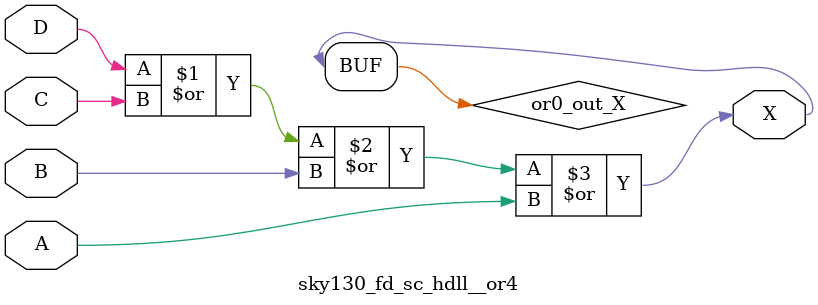
<source format=v>
/*
 * Copyright 2020 The SkyWater PDK Authors
 *
 * Licensed under the Apache License, Version 2.0 (the "License");
 * you may not use this file except in compliance with the License.
 * You may obtain a copy of the License at
 *
 *     https://www.apache.org/licenses/LICENSE-2.0
 *
 * Unless required by applicable law or agreed to in writing, software
 * distributed under the License is distributed on an "AS IS" BASIS,
 * WITHOUT WARRANTIES OR CONDITIONS OF ANY KIND, either express or implied.
 * See the License for the specific language governing permissions and
 * limitations under the License.
 *
 * SPDX-License-Identifier: Apache-2.0
*/


`ifndef SKY130_FD_SC_HDLL__OR4_FUNCTIONAL_V
`define SKY130_FD_SC_HDLL__OR4_FUNCTIONAL_V

/**
 * or4: 4-input OR.
 *
 * Verilog simulation functional model.
 */

`timescale 1ns / 1ps
`default_nettype none

`celldefine
module sky130_fd_sc_hdll__or4 (
    X,
    A,
    B,
    C,
    D
);

    // Module ports
    output X;
    input  A;
    input  B;
    input  C;
    input  D;

    // Local signals
    wire or0_out_X;

    //  Name  Output     Other arguments
    or  or0  (or0_out_X, D, C, B, A     );
    buf buf0 (X        , or0_out_X      );

endmodule
`endcelldefine

`default_nettype wire
`endif  // SKY130_FD_SC_HDLL__OR4_FUNCTIONAL_V
</source>
